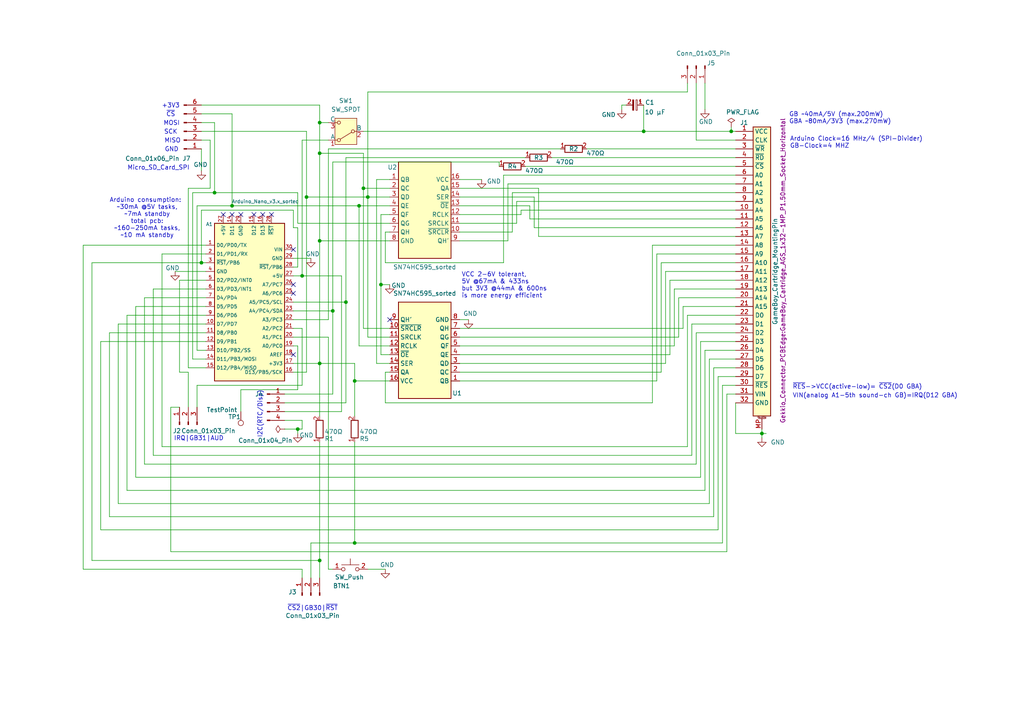
<source format=kicad_sch>
(kicad_sch (version 20231120) (generator "eeschema") (generator_version "8.0")
  (paper "A4")
  (title_block (title "GB-Dumper") (date "2024-06-02") (rev "0.83") (company "(C) WodoWiesel"))
  (lib_symbols
    (symbol "Connector:Conn_01x03_Pin" (pin_names (offset 1.016) hide)
      (property "Reference" "J" (at 0 5.08 0))
      (property "Value" "Conn_01x03_Pin" (at 0 -5.08 0))
      (symbol "Conn_01x03_Pin_1_1"
        (polyline (pts (xy 1.27 -2.54) (xy 0.8636 -2.54)) (stroke (width 0.1524)))
        (polyline (pts (xy 1.27 0) (xy 0.8636 0)) (stroke (width 0.1524)))
        (polyline (pts (xy 1.27 2.54) (xy 0.8636 2.54)) (stroke (width 0.1524)))
        (rectangle (start 0.8636 -2.413) (end 0 -2.667) (stroke (width 0.1524)) (fill (type outline)))
        (rectangle (start 0.8636 0.127) (end 0 -0.127) (stroke (width 0.1524)) (fill (type outline)))
        (rectangle (start 0.8636 2.667) (end 0 2.413) (stroke (width 0.1524)) (fill (type outline)))
        (pin passive line (at 5.08 2.54 180) (length 3.81) (name "Pin_1") (number "1"))
        (pin passive line (at 5.08 0 180) (length 3.81) (name "Pin_2") (number "2"))
        (pin passive line (at 5.08 -2.54 180) (length 3.81) (name "Pin_3") (number "3"))
      )
    )
    (symbol "Connector:Conn_01x04_Pin" (pin_names (offset 1.016) hide)
      (property "Reference" "J" (at 0 5.08 0))
      (property "Value" "Conn_01x04_Pin" (at 0 -7.62 0))
      (symbol "Conn_01x04_Pin_1_1"
        (polyline (pts (xy 1.27 -5.08) (xy 0.8636 -5.08)) (stroke (width 0.1524)))
        (polyline (pts (xy 1.27 -2.54) (xy 0.8636 -2.54)) (stroke (width 0.1524)))
        (polyline (pts (xy 1.27 0) (xy 0.8636 0)) (stroke (width 0.1524)))
        (polyline (pts (xy 1.27 2.54) (xy 0.8636 2.54)) (stroke (width 0.1524)))
        (rectangle (start 0.8636 -4.953) (end 0 -5.207) (stroke (width 0.1524)) (fill (type outline)))
        (rectangle (start 0.8636 -2.413) (end 0 -2.667) (stroke (width 0.1524)) (fill (type outline)))
        (rectangle (start 0.8636 0.127) (end 0 -0.127) (stroke (width 0.1524)) (fill (type outline)))
        (rectangle (start 0.8636 2.667) (end 0 2.413) (stroke (width 0.1524)) (fill (type outline)))
        (pin passive line (at 5.08 2.54 180) (length 3.81) (name "Pin_1") (number "1"))
        (pin passive line (at 5.08 0 180) (length 3.81) (name "Pin_2") (number "2"))
        (pin passive line (at 5.08 -2.54 180) (length 3.81) (name "Pin_3") (number "3"))
        (pin passive line (at 5.08 -5.08 180) (length 3.81) (name "Pin_4") (number "4"))
      )
    )
    (symbol "Connector:Conn_01x06_Pin" (pin_names (offset 1.016) hide)
      (property "Reference" "J" (at 0 7.62 0))
      (property "Value" "Conn_01x06_Pin" (at 0 -10.16 0))
      (symbol "Conn_01x06_Pin_1_1"
        (polyline (pts (xy 1.27 -7.62) (xy 0.8636 -7.62)) (stroke (width 0.1524)))
        (polyline (pts (xy 1.27 -5.08) (xy 0.8636 -5.08)) (stroke (width 0.1524)))
        (polyline (pts (xy 1.27 -2.54) (xy 0.8636 -2.54)) (stroke (width 0.1524)))
        (polyline (pts (xy 1.27 0) (xy 0.8636 0)) (stroke (width 0.1524)))
        (polyline (pts (xy 1.27 2.54) (xy 0.8636 2.54)) (stroke (width 0.1524)))
        (polyline (pts (xy 1.27 5.08) (xy 0.8636 5.08)) (stroke (width 0.1524)))
        (rectangle (start 0.8636 -7.493) (end 0 -7.747) (stroke (width 0.1524)) (fill (type outline)))
        (rectangle (start 0.8636 -4.953) (end 0 -5.207) (stroke (width 0.1524)) (fill (type outline)))
        (rectangle (start 0.8636 -2.413) (end 0 -2.667) (stroke (width 0.1524)) (fill (type outline)))
        (rectangle (start 0.8636 0.127) (end 0 -0.127) (stroke (width 0.1524)) (fill (type outline)))
        (rectangle (start 0.8636 2.667) (end 0 2.413) (stroke (width 0.1524)) (fill (type outline)))
        (rectangle (start 0.8636 5.207) (end 0 4.953) (stroke (width 0.1524)) (fill (type outline)))
        (pin passive line (at 5.08 5.08 180) (length 3.81) (name "Pin_1") (number "1"))
        (pin passive line (at 5.08 2.54 180) (length 3.81) (name "Pin_2") (number "2"))
        (pin passive line (at 5.08 0 180) (length 3.81) (name "Pin_3") (number "3"))
        (pin passive line (at 5.08 -2.54 180) (length 3.81) (name "Pin_4") (number "4"))
        (pin passive line (at 5.08 -5.08 180) (length 3.81) (name "Pin_5") (number "5"))
        (pin passive line (at 5.08 -7.62 180) (length 3.81) (name "Pin_6") (number "6"))
      )
    )
    (symbol "Connector:TestPoint" (pin_numbers hide) (pin_names (offset 0.762) hide)
      (property "Reference" "TP" (at 0 6.858 0))
      (property "Value" "TestPoint" (at 0 5.08 0))
      (symbol "TestPoint_0_1"
        (circle (center 0 3.302) (radius 0.762))
      )
      (symbol "TestPoint_1_1"
        (pin passive line (at 0 0 90) (length 2.54) (name "1") (number "1"))
      )
    )
    (symbol "Device:C_Polarized_Small" (pin_names (offset 0.254) hide)
      (property "Reference" "C" (at 0.254 1.778 0))
      (property "Value" "C_Polarized_Small" (at 0.254 -2.032 0))
      (symbol "C_Polarized_Small_0_1"
        (rectangle (start -1.524 -0.3048) (end 1.524 -0.6858) (fill (type outline)))
        (rectangle (start -1.524 0.6858) (end 1.524 0.3048))
        (polyline (pts (xy -1.27 1.524) (xy -0.762 1.524)))
        (polyline (pts (xy -1.016 1.27) (xy -1.016 1.778)))
      )
      (symbol "C_Polarized_Small_1_1"
        (pin passive line (at 0 2.54 270) (length 1.8542) (name "~") (number "1"))
        (pin passive line (at 0 -2.54 90) (length 1.8542) (name "~") (number "2"))
      )
    )
    (symbol "Device:R" (pin_names (offset 0))
      (property "Reference" "R" (at 2.032 0 90))
      (property "Value" "R" (at 0 0 90))
      (symbol "R_0_1"
        (rectangle (start -1.016 -2.54) (end 1.016 2.54) (stroke (width 0.254)))
      )
      (symbol "R_1_1"
        (pin passive line (at 0 3.81 270) (length 1.27) (name "~") (number "1"))
        (pin passive line (at 0 -3.81 90) (length 1.27) (name "~") (number "2"))
      )
    )
    (symbol "R_1" (pin_names (offset 0))
      (property "Reference" "R" (at 2.032 0 90))
      (property "Value" "R_1" (at 0 0 90))
      (symbol "R_1_0_1"
        (rectangle (start -1.016 -2.54) (end 1.016 2.54) (stroke (width 0.254)))
      )
      (symbol "R_1_1_1"
        (pin passive line (at 0 3.81 270) (length 1.27) (name "~") (number "1"))
        (pin passive line (at 0 -3.81 90) (length 1.27) (name "~") (number "2"))
      )
    )
    (symbol "SN74HC595_sorted:74HC595_sorted"
      (property "Reference" "U1" (at -9.652 11.43 0))
      (property "Value" "SN74HC595_sorted" (at -1.27 13.97 0) (show_name))
      (symbol "74HC595_sorted_1_0"
        (pin output line (at -10.16 7.62 0) (length 2.54) (name "QB") (number "1"))
        (pin input line (at 10.16 -7.62 180) (length 2.54) (name "~{SRCLR}") (number "10"))
        (pin input line (at 10.16 -5.08 180) (length 2.54) (name "SRCLK") (number "11"))
        (pin input line (at 10.16 -2.54 180) (length 2.54) (name "RCLK") (number "12"))
        (pin input line (at 10.16 0 180) (length 2.54) (name "~{OE}") (number "13"))
        (pin input line (at 10.16 2.54 180) (length 2.54) (name "SER") (number "14"))
        (pin output line (at 10.16 5.08 180) (length 2.54) (name "QA") (number "15"))
        (pin power_in line (at 10.16 7.62 180) (length 2.54) (name "VCC") (number "16"))
        (pin output line (at -10.16 5.08 0) (length 2.54) (name "QC") (number "2"))
        (pin output line (at -10.16 2.54 0) (length 2.54) (name "QD") (number "3"))
        (pin output line (at -10.16 0 0) (length 2.54) (name "QE") (number "4"))
        (pin output line (at -10.16 -2.54 0) (length 2.54) (name "QF") (number "5"))
        (pin output line (at -10.16 -5.08 0) (length 2.54) (name "QG") (number "6"))
        (pin output line (at -10.16 -7.62 0) (length 2.54) (name "QH") (number "7"))
        (pin power_in line (at -10.16 -10.16 0) (length 2.54) (name "GND") (number "8"))
        (pin output line (at 10.16 -10.16 180) (length 2.54) (name "QH'") (number "9"))
      )
      (symbol "74HC595_sorted_1_1"
        (rectangle (start -7.62 12.7) (end 7.62 -15.24) (stroke (width 0.254)) (fill (type background)))
      )
    )
    (symbol "Switch:SW_Push" (pin_names (offset 1.016) hide)
      (property "Reference" "SW" (at 1.27 2.54 0))
      (property "Value" "SW_Push" (at 0 -1.524 0))
      (symbol "SW_Push_0_1"
        (circle (center -2.032 0) (radius 0.508))
        (polyline (pts (xy 0 1.27) (xy 0 3.048)))
        (polyline (pts (xy 2.54 1.27) (xy -2.54 1.27)))
        (circle (center 2.032 0) (radius 0.508))
        (pin passive line (at -5.08 0 0) (length 2.54) (name "1") (number "1"))
        (pin passive line (at 5.08 0 180) (length 2.54) (name "2") (number "2"))
      )
    )
    (symbol "Switch:SW_SPDT" (pin_names (offset 0))
      (property "Reference" "SW" (at 0 5.08 0))
      (property "Value" "SW_SPDT" (at 0 -5.08 0))
      (symbol "SW_SPDT_0_1"
        (circle (center -2.032 0) (radius 0.4572))
        (polyline (pts (xy -1.651 0.254) (xy 1.651 2.286)))
        (circle (center 2.032 -2.54) (radius 0.4572))
        (circle (center 2.032 2.54) (radius 0.4572))
      )
      (symbol "SW_SPDT_1_1"
        (rectangle (start -3.175 3.81) (end 3.175 -3.81) (fill (type background)))
        (pin passive line (at 5.08 2.54 180) (length 2.54) (name "A") (number "1"))
        (pin passive line (at -5.08 0 0) (length 2.54) (name "B") (number "2"))
        (pin passive line (at 5.08 -2.54 180) (length 2.54) (name "C") (number "3"))
      )
    )
    (symbol "arduino_nano_v3.x_sorted:Arduino_Nano_v3.x_sorted"
      (property "Reference" "A1" (at 11.43 -30.48 0))
      (property "Value" "Arduino_Nano_v3.x_sorted" (at -0.508 15.24 0))
      (property "Footprint" "Module:Arduino_Nano_v3.x_sorted" (at 0.508 16.764 0) (show_name))
      (symbol "Arduino_Nano_v3.x_sorted_0_1"
        (rectangle (start -10.16 13.97) (end 10.16 -31.75) (stroke (width 0.254)) (fill (type background)))
      )
      (symbol "Arduino_Nano_v3.x_sorted_1_1"
        (pin bidirectional line (at 12.7 -25.4 180) (length 2.54) (name "D0/PD0/TX") (number "1"))
        (pin bidirectional line (at 12.7 -2.54 180) (length 2.54) (name "D7/PD7") (number "10"))
        (pin bidirectional line (at 12.7 0 180) (length 2.54) (name "D8/PB0") (number "11"))
        (pin bidirectional line (at 12.7 2.54 180) (length 2.54) (name "D9/PB1") (number "12"))
        (pin bidirectional line (at 12.7 5.08 180) (length 2.54) (name "D10/PB2/SS") (number "13"))
        (pin bidirectional line (at 5.08 -34.29 90) (length 2.54) (name "D11") (number "14"))
        (pin bidirectional line (at 12.7 7.62 180) (length 2.54) (name "D11/PB3/MOSI") (number "14"))
        (pin bidirectional line (at -1.27 -34.29 90) (length 2.54) (name "D12") (number "15"))
        (pin tri_state line (at 12.7 10.16 180) (length 2.54) (name "D12/PB4/MISO") (number "15"))
        (pin bidirectional line (at -3.81 -34.29 90) (length 2.54) (name "D13") (number "16"))
        (pin bidirectional line (at -12.7 11.43 0) (length 2.54) (name "D13/PB5/SCK") (number "16"))
        (pin power_out line (at -12.7 8.89 0) (length 2.54) (name "+3V3") (number "17"))
        (pin input line (at -12.7 6.35 0) (length 2.54) (name "AREF") (number "18"))
        (pin bidirectional line (at -12.7 3.81 0) (length 2.54) (name "A0/PC0") (number "19"))
        (pin bidirectional line (at 12.7 -22.86 180) (length 2.54) (name "D1/PD1/RX") (number "2"))
        (pin bidirectional line (at -12.7 1.27 0) (length 2.54) (name "A1/PC1") (number "20"))
        (pin bidirectional line (at -12.7 -1.27 0) (length 2.54) (name "A2/PC2") (number "21"))
        (pin bidirectional line (at -12.7 -3.81 0) (length 2.54) (name "A3/PC3") (number "22"))
        (pin bidirectional line (at -12.7 -6.35 0) (length 2.54) (name "A4/PC4/SDA") (number "23"))
        (pin bidirectional line (at -12.7 -8.89 0) (length 2.54) (name "A5/PC5/SCL") (number "24"))
        (pin bidirectional line (at -12.7 -11.43 0) (length 2.54) (name "A6/PC6") (number "25"))
        (pin bidirectional line (at -12.7 -13.97 0) (length 2.54) (name "A7/PC7") (number "26"))
        (pin power_out line (at -12.7 -16.51 0) (length 2.54) (name "+5V") (number "27"))
        (pin power_out line (at 7.62 -34.29 90) (length 2.54) (name "+5V") (number "27"))
        (pin open_collector line (at -6.35 -34.29 90) (length 2.54) (name "~{RST}") (number "28"))
        (pin open_collector line (at -12.7 -19.05 0) (length 2.54) (name "~{RST}/PB6") (number "28"))
        (pin power_in line (at -12.7 -21.59 0) (length 2.54) (name "GND") (number "29"))
        (pin power_in line (at 2.54 -34.29 90) (length 2.54) (name "GND") (number "29"))
        (pin open_collector line (at 12.7 -20.32 180) (length 2.54) (name "~{RST}/PB6") (number "3"))
        (pin power_in line (at -12.7 -24.13 0) (length 2.54) (name "VIN") (number "30"))
        (pin power_in line (at 12.7 -17.78 180) (length 2.54) (name "GND") (number "4"))
        (pin bidirectional line (at 12.7 -15.24 180) (length 2.54) (name "D2/PD2/INT0") (number "5"))
        (pin bidirectional line (at 12.7 -12.7 180) (length 2.54) (name "D3/PD3/INT1") (number "6"))
        (pin bidirectional line (at 12.7 -10.16 180) (length 2.54) (name "D4/PD4") (number "7"))
        (pin bidirectional line (at 12.7 -7.62 180) (length 2.54) (name "D5/PD5") (number "8"))
        (pin bidirectional line (at 12.7 -5.08 180) (length 2.54) (name "D6/PD6") (number "9"))
      )
    )
    (symbol "gameboy_cartridge_mountingpin:GameBoy_Cartridge_MountingPin"
      (property "Reference" "J1" (at -1.27 44.45 0))
      (property "Value" "GameBoy_Cartridge_MountingPin" (at 7.62 -11.43 90))
      (symbol "GameBoy_Cartridge_MountingPin_0_1"
        (rectangle (start -2.54 41.91) (end 2.54 -41.91) (stroke (width 0.254)) (fill (type background)))
      )
      (symbol "GameBoy_Cartridge_MountingPin_1_1"
        (polyline (pts (xy -1.016 -42.672) (xy 1.016 -42.672)) (stroke (width 0.1524)))
        (text "Mounting" (at 0 -42.291 0) (effects (font (size 0.381 0.381))))
        (pin passive line (at -7.62 40.64 0) (length 5.08) (name "VCC") (number "1"))
        (pin passive line (at -7.62 17.78 0) (length 5.08) (name "A4") (number "10"))
        (pin passive line (at -7.62 15.24 0) (length 5.08) (name "A5") (number "11"))
        (pin passive line (at -7.62 12.7 0) (length 5.08) (name "A6") (number "12"))
        (pin passive line (at -7.62 10.16 0) (length 5.08) (name "A7") (number "13"))
        (pin passive line (at -7.62 7.62 0) (length 5.08) (name "A8") (number "14"))
        (pin passive line (at -7.62 5.08 0) (length 5.08) (name "A9") (number "15"))
        (pin passive line (at -7.62 2.54 0) (length 5.08) (name "A10") (number "16"))
        (pin passive line (at -7.62 0 0) (length 5.08) (name "A11") (number "17"))
        (pin passive line (at -7.62 -2.54 0) (length 5.08) (name "A12") (number "18"))
        (pin passive line (at -7.62 -5.08 0) (length 5.08) (name "A13") (number "19"))
        (pin passive line (at -7.62 38.1 0) (length 5.08) (name "CLK") (number "2"))
        (pin passive line (at -7.62 -7.62 0) (length 5.08) (name "A14") (number "20"))
        (pin passive line (at -7.62 -10.16 0) (length 5.08) (name "A15") (number "21"))
        (pin passive line (at -7.62 -12.7 0) (length 5.08) (name "D0") (number "22"))
        (pin passive line (at -7.62 -15.24 0) (length 5.08) (name "D1") (number "23"))
        (pin passive line (at -7.62 -17.78 0) (length 5.08) (name "D2") (number "24"))
        (pin passive line (at -7.62 -20.32 0) (length 5.08) (name "D3") (number "25"))
        (pin passive line (at -7.62 -22.86 0) (length 5.08) (name "D4") (number "26"))
        (pin passive line (at -7.62 -25.4 0) (length 5.08) (name "D5") (number "27"))
        (pin passive line (at -7.62 -27.94 0) (length 5.08) (name "D6") (number "28"))
        (pin passive line (at -7.62 -30.48 0) (length 5.08) (name "D7") (number "29"))
        (pin passive line (at -7.62 35.56 0) (length 5.08) (name "~{WR}") (number "3"))
        (pin passive line (at -7.62 -33.02 0) (length 5.08) (name "~{RES}") (number "30"))
        (pin passive line (at -7.62 -35.56 0) (length 5.08) (name "VIN") (number "31"))
        (pin passive line (at -7.62 -38.1 0) (length 5.08) (name "GND") (number "32"))
        (pin passive line (at -7.62 33.02 0) (length 5.08) (name "~{RD}") (number "4"))
        (pin passive line (at -7.62 30.48 0) (length 5.08) (name "~{CS}") (number "5"))
        (pin passive line (at -7.62 27.94 0) (length 5.08) (name "A0") (number "6"))
        (pin passive line (at -7.62 25.4 0) (length 5.08) (name "A1") (number "7"))
        (pin passive line (at -7.62 22.86 0) (length 5.08) (name "A2") (number "8"))
        (pin passive line (at -7.62 20.32 0) (length 5.08) (name "A3") (number "9"))
        (pin passive line (at 0 -45.72 90) (length 3.048) (name "~") (number "MP"))
      )
    )
    (symbol "power:GND" (power) (pin_names (offset 0))
      (property "Value" "GND" (at 0 -3.81 0))
      (symbol "GND_0_1"
        (polyline (pts (xy 0 0) (xy 0 -1.27) (xy 1.27 -1.27) (xy 0 -2.54) (xy -1.27 -1.27) (xy 0 -1.27)))
      )
      (symbol "GND_1_1"
        (pin power_in line (at 0 0 270) (length 0) hide (name "GND") (number "1"))
      )
    )
    (symbol "power:PWR_FLAG" (power) (pin_numbers hide) (pin_names (offset 0) hide)
      (property "Value" "PWR_FLAG" (at 0 3.81 0))
      (symbol "PWR_FLAG_0_0"
        (pin power_out line (at 0 0 90) (length 0) (name "pwr") (number "1"))
      )
      (symbol "PWR_FLAG_0_1"
        (polyline (pts (xy 0 0) (xy 0 1.27) (xy -1.016 1.905) (xy 0 2.54) (xy 1.016 1.905) (xy 0 1.27)))
      )
    )
  )
  (junction (at 86.36 124.46))
  (junction (at 212.09 38.1))
  (junction (at 96.52 90.17))
  (junction (at 102.87 157.48))
  (junction (at 92.71 69.85))
  (junction (at 220.98 125.73))
  (junction (at 67.31 59.69))
  (junction (at 104.14 59.69))
  (junction (at 58.42 76.2))
  (junction (at 100.33 87.63))
  (junction (at 92.71 162.56))
  (junction (at 88.9 57.15))
  (junction (at 92.71 35.56))
  (junction (at 106.68 57.15))
  (junction (at 92.71 105.41))
  (junction (at 102.87 110.49))
  (junction (at 105.41 54.61))
  (junction (at 92.71 44.45))
  (junction (at 87.63 80.01))
  (junction (at 62.23 55.88))
  (junction (at 186.69 38.1))
  (junction (at 110.49 82.55))
  (no_connect (at 85.09 72.39))
  (no_connect (at 85.09 85.09))
  (no_connect (at 85.09 102.87))
  (no_connect (at 113.03 92.71))
  (no_connect (at 73.66 62.23))
  (no_connect (at 64.77 62.23))
  (no_connect (at 85.09 82.55))
  (no_connect (at 76.2 62.23))
  (no_connect (at 67.31 62.23))
  (no_connect (at 69.85 62.23))
  (no_connect (at 78.74 62.23))
  (wire (pts (xy 62.23 35.56) (xy 62.23 55.88)))
  (wire (pts (xy 36.83 142.24) (xy 204.47 142.24)))
  (wire (pts (xy 90.17 157.48) (xy 90.17 167.64)))
  (wire (pts (xy 180.34 31.75) (xy 180.34 30.48)))
  (wire (pts (xy 102.87 105.41) (xy 92.71 105.41)))
  (wire (pts (xy 44.45 83.82) (xy 59.69 83.82)))
  (wire (pts (xy 147.32 53.34) (xy 213.36 53.34)))
  (wire (pts (xy 54.61 54.61) (xy 60.96 54.61)))
  (wire (pts (xy 92.71 105.41) (xy 92.71 120.65)))
  (wire (pts (xy 58.42 35.56) (xy 62.23 35.56)))
  (wire (pts (xy 39.37 88.9) (xy 39.37 138.43)))
  (wire (pts (xy 153.67 63.5) (xy 213.36 63.5)))
  (wire (pts (xy 133.35 62.23) (xy 151.13 62.23)))
  (wire (pts (xy 87.63 95.25) (xy 87.63 111.76)))
  (wire (pts (xy 87.63 80.01) (xy 87.63 40.64)))
  (wire (pts (xy 92.71 69.85) (xy 92.71 44.45)))
  (wire (pts (xy 95.25 43.18) (xy 95.25 92.71)))
  (wire (pts (xy 113.03 105.41) (xy 109.22 105.41)))
  (wire (pts (xy 153.67 59.69) (xy 153.67 63.5)))
  (wire (pts (xy 144.78 46.99) (xy 144.78 48.26)))
  (wire (pts (xy 34.29 93.98) (xy 34.29 146.05)))
  (wire (pts (xy 222.25 125.73) (xy 220.98 125.73)))
  (wire (pts (xy 160.02 45.72) (xy 213.36 45.72)))
  (wire (pts (xy 190.5 73.66) (xy 213.36 73.66)))
  (wire (pts (xy 200.66 132.08) (xy 200.66 93.98)))
  (wire (pts (xy 109.22 52.07) (xy 113.03 52.07)))
  (wire (pts (xy 189.23 71.12) (xy 213.36 71.12)))
  (wire (pts (xy 111.76 107.95) (xy 111.76 116.84)))
  (wire (pts (xy 113.03 100.33) (xy 104.14 100.33)))
  (wire (pts (xy 82.55 114.3) (xy 96.52 114.3)))
  (wire (pts (xy 191.77 107.95) (xy 133.35 107.95)))
  (wire (pts (xy 149.86 64.77) (xy 149.86 58.42)))
  (wire (pts (xy 210.82 160.02) (xy 210.82 114.3)))
  (wire (pts (xy 87.63 165.1) (xy 87.63 167.64)))
  (wire (pts (xy 133.35 69.85) (xy 147.32 69.85)))
  (wire (pts (xy 62.23 55.88) (xy 55.88 55.88)))
  (wire (pts (xy 220.98 124.46) (xy 220.98 125.73)))
  (wire (pts (xy 113.03 64.77) (xy 86.36 64.77)))
  (wire (pts (xy 104.14 59.69) (xy 104.14 100.33)))
  (wire (pts (xy 156.21 54.61) (xy 156.21 68.58)))
  (wire (pts (xy 111.76 76.2) (xy 146.05 76.2)))
  (wire (pts (xy 58.42 30.48) (xy 92.71 30.48)))
  (wire (pts (xy 146.05 50.8) (xy 213.36 50.8)))
  (wire (pts (xy 96.52 46.99) (xy 96.52 90.17)))
  (wire (pts (xy 95.25 165.1) (xy 96.52 165.1)))
  (wire (pts (xy 102.87 110.49) (xy 113.03 110.49)))
  (wire (pts (xy 92.71 30.48) (xy 92.71 35.56)))
  (wire (pts (xy 194.31 81.28) (xy 213.36 81.28)))
  (wire (pts (xy 204.47 101.6) (xy 213.36 101.6)))
  (wire (pts (xy 190.5 73.66) (xy 190.5 110.49)))
  (wire (pts (xy 87.63 121.92) (xy 87.63 124.46)))
  (wire (pts (xy 201.93 24.13) (xy 201.93 40.64)))
  (wire (pts (xy 193.04 78.74) (xy 213.36 78.74)))
  (wire (pts (xy 85.09 97.79) (xy 95.25 97.79)))
  (wire (pts (xy 85.09 95.25) (xy 87.63 95.25)))
  (wire (pts (xy 111.76 67.31) (xy 111.76 76.2)))
  (wire (pts (xy 198.12 95.25) (xy 198.12 88.9)))
  (wire (pts (xy 100.33 45.72) (xy 152.4 45.72)))
  (wire (pts (xy 204.47 24.13) (xy 204.47 31.75)))
  (wire (pts (xy 95.25 97.79) (xy 95.25 165.1)))
  (wire (pts (xy 34.29 93.98) (xy 59.69 93.98)))
  (wire (pts (xy 82.55 116.84) (xy 100.33 116.84)))
  (wire (pts (xy 170.18 43.18) (xy 213.36 43.18)))
  (wire (pts (xy 41.91 134.62) (xy 201.93 134.62)))
  (wire (pts (xy 58.42 43.18) (xy 58.42 49.53)))
  (wire (pts (xy 58.42 33.02) (xy 67.31 33.02)))
  (wire (pts (xy 209.55 111.76) (xy 213.36 111.76)))
  (wire (pts (xy 148.59 67.31) (xy 148.59 55.88)))
  (wire (pts (xy 212.09 38.1) (xy 213.36 38.1)))
  (wire (pts (xy 59.69 76.2) (xy 58.42 76.2)))
  (wire (pts (xy 87.63 80.01) (xy 99.06 80.01)))
  (wire (pts (xy 111.76 165.1) (xy 106.68 165.1)))
  (wire (pts (xy 36.83 91.44) (xy 36.83 142.24)))
  (wire (pts (xy 113.03 67.31) (xy 111.76 67.31)))
  (wire (pts (xy 200.66 93.98) (xy 213.36 93.98)))
  (wire (pts (xy 133.35 100.33) (xy 195.58 100.33)))
  (wire (pts (xy 100.33 87.63) (xy 100.33 116.84)))
  (wire (pts (xy 133.35 92.71) (xy 135.89 92.71)))
  (wire (pts (xy 207.01 149.86) (xy 207.01 106.68)))
  (wire (pts (xy 67.31 59.69) (xy 67.31 33.02)))
  (wire (pts (xy 55.88 104.14) (xy 55.88 55.88)))
  (wire (pts (xy 96.52 46.99) (xy 144.78 46.99)))
  (wire (pts (xy 69.85 113.03) (xy 69.85 119.38)))
  (wire (pts (xy 26.67 76.2) (xy 26.67 162.56)))
  (wire (pts (xy 204.47 142.24) (xy 204.47 101.6)))
  (wire (pts (xy 133.35 67.31) (xy 148.59 67.31)))
  (wire (pts (xy 86.36 125.73) (xy 86.36 124.46)))
  (wire (pts (xy 195.58 83.82) (xy 195.58 100.33)))
  (wire (pts (xy 31.75 149.86) (xy 207.01 149.86)))
  (wire (pts (xy 29.21 99.06) (xy 29.21 153.67)))
  (wire (pts (xy 198.12 88.9) (xy 213.36 88.9)))
  (wire (pts (xy 58.42 60.96) (xy 58.42 76.2)))
  (wire (pts (xy 49.53 118.11) (xy 49.53 160.02)))
  (wire (pts (xy 212.09 36.83) (xy 212.09 38.1)))
  (wire (pts (xy 85.09 90.17) (xy 96.52 90.17)))
  (wire (pts (xy 193.04 78.74) (xy 193.04 105.41)))
  (wire (pts (xy 41.91 86.36) (xy 59.69 86.36)))
  (wire (pts (xy 87.63 40.64) (xy 95.25 40.64)))
  (wire (pts (xy 156.21 68.58) (xy 213.36 68.58)))
  (wire (pts (xy 24.13 71.12) (xy 59.69 71.12)))
  (wire (pts (xy 208.28 109.22) (xy 213.36 109.22)))
  (wire (pts (xy 96.52 90.17) (xy 96.52 114.3)))
  (wire (pts (xy 105.41 54.61) (xy 105.41 95.25)))
  (wire (pts (xy 191.77 76.2) (xy 191.77 107.95)))
  (wire (pts (xy 59.69 73.66) (xy 46.99 73.66)))
  (wire (pts (xy 102.87 110.49) (xy 102.87 120.65)))
  (wire (pts (xy 57.15 101.6) (xy 59.69 101.6)))
  (wire (pts (xy 86.36 77.47) (xy 86.36 66.04)))
  (wire (pts (xy 92.71 128.27) (xy 92.71 162.56)))
  (wire (pts (xy 90.17 157.48) (xy 102.87 157.48)))
  (wire (pts (xy 113.03 97.79) (xy 106.68 97.79)))
  (wire (pts (xy 85.09 105.41) (xy 92.71 105.41)))
  (wire (pts (xy 52.07 81.28) (xy 52.07 107.95)))
  (wire (pts (xy 199.39 26.67) (xy 199.39 24.13)))
  (wire (pts (xy 31.75 96.52) (xy 31.75 149.86)))
  (wire (pts (xy 220.98 125.73) (xy 220.98 127)))
  (wire (pts (xy 86.36 66.04) (xy 85.09 66.04)))
  (wire (pts (xy 199.39 129.54) (xy 199.39 91.44)))
  (wire (pts (xy 133.35 110.49) (xy 190.5 110.49)))
  (wire (pts (xy 82.55 119.38) (xy 99.06 119.38)))
  (wire (pts (xy 95.25 43.18) (xy 162.56 43.18)))
  (wire (pts (xy 92.71 162.56) (xy 92.71 167.64)))
  (wire (pts (xy 208.28 109.22) (xy 208.28 153.67)))
  (wire (pts (xy 90.17 74.93) (xy 85.09 74.93)))
  (wire (pts (xy 88.9 57.15) (xy 88.9 38.1)))
  (wire (pts (xy 191.77 76.2) (xy 213.36 76.2)))
  (wire (pts (xy 59.69 106.68) (xy 54.61 106.68)))
  (wire (pts (xy 69.85 113.03) (xy 86.36 113.03)))
  (wire (pts (xy 92.71 69.85) (xy 113.03 69.85)))
  (wire (pts (xy 86.36 55.88) (xy 62.23 55.88)))
  (wire (pts (xy 39.37 138.43) (xy 203.2 138.43)))
  (wire (pts (xy 203.2 99.06) (xy 213.36 99.06)))
  (wire (pts (xy 133.35 105.41) (xy 193.04 105.41)))
  (wire (pts (xy 111.76 116.84) (xy 189.23 116.84)))
  (wire (pts (xy 85.09 60.96) (xy 85.09 66.04)))
  (wire (pts (xy 201.93 134.62) (xy 201.93 96.52)))
  (wire (pts (xy 209.55 111.76) (xy 209.55 157.48)))
  (wire (pts (xy 194.31 102.87) (xy 194.31 81.28)))
  (wire (pts (xy 52.07 118.11) (xy 49.53 118.11)))
  (wire (pts (xy 100.33 45.72) (xy 100.33 87.63)))
  (wire (pts (xy 85.09 80.01) (xy 87.63 80.01)))
  (wire (pts (xy 186.69 30.48) (xy 186.69 38.1)))
  (wire (pts (xy 106.68 57.15) (xy 113.03 57.15)))
  (wire (pts (xy 52.07 107.95) (xy 54.61 107.95)))
  (wire (pts (xy 49.53 160.02) (xy 210.82 160.02)))
  (wire (pts (xy 104.14 59.69) (xy 67.31 59.69)))
  (wire (pts (xy 58.42 60.96) (xy 85.09 60.96)))
  (wire (pts (xy 95.25 35.56) (xy 92.71 35.56)))
  (wire (pts (xy 154.94 66.04) (xy 213.36 66.04)))
  (wire (pts (xy 110.49 62.23) (xy 110.49 82.55)))
  (wire (pts (xy 110.49 82.55) (xy 110.49 102.87)))
  (wire (pts (xy 133.35 57.15) (xy 154.94 57.15)))
  (wire (pts (xy 201.93 96.52) (xy 213.36 96.52)))
  (wire (pts (xy 205.74 104.14) (xy 213.36 104.14)))
  (wire (pts (xy 92.71 44.45) (xy 105.41 44.45)))
  (wire (pts (xy 208.28 153.67) (xy 29.21 153.67)))
  (wire (pts (xy 60.96 54.61) (xy 60.96 40.64)))
  (wire (pts (xy 82.55 124.46) (xy 86.36 124.46)))
  (wire (pts (xy 105.41 38.1) (xy 186.69 38.1)))
  (wire (pts (xy 105.41 54.61) (xy 113.03 54.61)))
  (wire (pts (xy 67.31 59.69) (xy 57.15 59.69)))
  (wire (pts (xy 92.71 105.41) (xy 92.71 69.85)))
  (wire (pts (xy 86.36 124.46) (xy 87.63 124.46)))
  (wire (pts (xy 133.35 102.87) (xy 194.31 102.87)))
  (wire (pts (xy 88.9 57.15) (xy 88.9 107.95)))
  (wire (pts (xy 104.14 59.69) (xy 113.03 59.69)))
  (wire (pts (xy 29.21 99.06) (xy 59.69 99.06)))
  (wire (pts (xy 113.03 62.23) (xy 110.49 62.23)))
  (wire (pts (xy 151.13 60.96) (xy 213.36 60.96)))
  (wire (pts (xy 113.03 107.95) (xy 111.76 107.95)))
  (wire (pts (xy 154.94 57.15) (xy 154.94 66.04)))
  (wire (pts (xy 207.01 106.68) (xy 213.36 106.68)))
  (wire (pts (xy 105.41 44.45) (xy 105.41 54.61)))
  (wire (pts (xy 85.09 92.71) (xy 95.25 92.71)))
  (wire (pts (xy 186.69 38.1) (xy 212.09 38.1)))
  (wire (pts (xy 58.42 76.2) (xy 26.67 76.2)))
  (wire (pts (xy 88.9 57.15) (xy 106.68 57.15)))
  (wire (pts (xy 59.69 81.28) (xy 52.07 81.28)))
  (wire (pts (xy 31.75 96.52) (xy 59.69 96.52)))
  (wire (pts (xy 196.85 86.36) (xy 213.36 86.36)))
  (wire (pts (xy 54.61 54.61) (xy 54.61 106.68)))
  (wire (pts (xy 85.09 77.47) (xy 86.36 77.47)))
  (wire (pts (xy 24.13 71.12) (xy 24.13 165.1)))
  (wire (pts (xy 133.35 64.77) (xy 149.86 64.77)))
  (wire (pts (xy 152.4 48.26) (xy 213.36 48.26)))
  (wire (pts (xy 44.45 83.82) (xy 44.45 132.08)))
  (wire (pts (xy 210.82 114.3) (xy 213.36 114.3)))
  (wire (pts (xy 82.55 121.92) (xy 87.63 121.92)))
  (wire (pts (xy 196.85 97.79) (xy 196.85 86.36)))
  (wire (pts (xy 147.32 69.85) (xy 147.32 53.34)))
  (wire (pts (xy 199.39 91.44) (xy 213.36 91.44)))
  (wire (pts (xy 46.99 73.66) (xy 46.99 129.54)))
  (wire (pts (xy 180.34 30.48) (xy 181.61 30.48)))
  (wire (pts (xy 24.13 165.1) (xy 87.63 165.1)))
  (wire (pts (xy 102.87 128.27) (xy 102.87 157.48)))
  (wire (pts (xy 85.09 87.63) (xy 100.33 87.63)))
  (wire (pts (xy 41.91 86.36) (xy 41.91 134.62)))
  (wire (pts (xy 106.68 57.15) (xy 106.68 97.79)))
  (wire (pts (xy 133.35 95.25) (xy 198.12 95.25)))
  (wire (pts (xy 50.8 78.74) (xy 59.69 78.74)))
  (wire (pts (xy 39.37 88.9) (xy 59.69 88.9)))
  (wire (pts (xy 113.03 95.25) (xy 105.41 95.25)))
  (wire (pts (xy 86.36 64.77) (xy 86.36 55.88)))
  (wire (pts (xy 60.96 40.64) (xy 58.42 40.64)))
  (wire (pts (xy 36.83 91.44) (xy 59.69 91.44)))
  (wire (pts (xy 54.61 118.11) (xy 54.61 107.95)))
  (wire (pts (xy 102.87 110.49) (xy 102.87 105.41)))
  (wire (pts (xy 133.35 54.61) (xy 156.21 54.61)))
  (wire (pts (xy 26.67 162.56) (xy 92.71 162.56)))
  (wire (pts (xy 34.29 146.05) (xy 205.74 146.05)))
  (wire (pts (xy 195.58 83.82) (xy 213.36 83.82)))
  (wire (pts (xy 213.36 125.73) (xy 213.36 116.84)))
  (wire (pts (xy 146.05 76.2) (xy 146.05 50.8)))
  (wire (pts (xy 151.13 62.23) (xy 151.13 60.96)))
  (wire (pts (xy 85.09 100.33) (xy 86.36 100.33)))
  (wire (pts (xy 149.86 58.42) (xy 213.36 58.42)))
  (wire (pts (xy 133.35 52.07) (xy 139.7 52.07)))
  (wire (pts (xy 106.68 26.67) (xy 199.39 26.67)))
  (wire (pts (xy 85.09 107.95) (xy 88.9 107.95)))
  (wire (pts (xy 57.15 111.76) (xy 57.15 118.11)))
  (wire (pts (xy 46.99 129.54) (xy 199.39 129.54)))
  (wire (pts (xy 133.35 59.69) (xy 153.67 59.69)))
  (wire (pts (xy 59.69 104.14) (xy 55.88 104.14)))
  (wire (pts (xy 133.35 97.79) (xy 196.85 97.79)))
  (wire (pts (xy 44.45 132.08) (xy 200.66 132.08)))
  (wire (pts (xy 148.59 55.88) (xy 213.36 55.88)))
  (wire (pts (xy 110.49 102.87) (xy 113.03 102.87)))
  (wire (pts (xy 106.68 57.15) (xy 106.68 26.67)))
  (wire (pts (xy 201.93 40.64) (xy 213.36 40.64)))
  (wire (pts (xy 102.87 157.48) (xy 209.55 157.48)))
  (wire (pts (xy 205.74 146.05) (xy 205.74 104.14)))
  (wire (pts (xy 109.22 52.07) (xy 109.22 105.41)))
  (wire (pts (xy 86.36 100.33) (xy 86.36 113.03)))
  (wire (pts (xy 203.2 138.43) (xy 203.2 99.06)))
  (wire (pts (xy 57.15 59.69) (xy 57.15 101.6)))
  (wire (pts (xy 92.71 35.56) (xy 92.71 44.45)))
  (wire (pts (xy 57.15 111.76) (xy 87.63 111.76)))
  (wire (pts (xy 99.06 80.01) (xy 99.06 119.38)))
  (wire (pts (xy 220.98 125.73) (xy 213.36 125.73)))
  (wire (pts (xy 58.42 38.1) (xy 88.9 38.1)))
  (wire (pts (xy 113.03 82.55) (xy 110.49 82.55)))
  (wire (pts (xy 189.23 116.84) (xy 189.23 71.12)))
  (text "VCC 2-6V tolerant,\n5V @67mA & 433ns\nbut 3V3 @44mA & 600ns\nis more energy efficient" (at 133.858 86.614 0) (effects (font (size 1.27 1.27)) (justify left bottom)))
  (text "Micro_SD_Card_SPI" (at 45.974 48.768 0) (effects (font (size 1.27 1.27))))
  (text "~{RES}->VCC(active-low)= ~{CS2}(D0 GBA)" (at 229.87 113.03 0) (effects (font (size 1.27 1.27)) (justify left bottom)))
  (text "Arduino consumption: \n~30mA @5V tasks,\n~7mA standby\ntotal pcb:\n~160-250mA tasks,\n~10 mA standby\n" (at 42.672 63.246 0) (effects (font (size 1.27 1.27))))
  (text "GND" (at 49.784 43.434 0) (effects (font (size 1.27 1.27))))
  (text "SCK" (at 49.53 38.354 0) (effects (font (size 1.27 1.27))))
  (text "+3V3" (at 49.53 30.734 0) (effects (font (size 1.27 1.27))))
  (text "MOSI" (at 49.784 35.814 0) (effects (font (size 1.27 1.27))))
  (text "GB ~40mA/5V (max.200mW)\nGBA ~80mA/3V3 (max.270mW)" (at 228.854 36.068 0) (effects (font (size 1.27 1.27)) (justify left bottom)))
  (text "VIN(analog A1-5th sound-ch GB)=IRQ(D12 GBA)" (at 229.87 115.57 0) (effects (font (size 1.27 1.27)) (justify left bottom)))
  (text "I2C(RTC/Disp)" (at 75.438 120.142 90) (effects (font (size 1.27 1.27))))
  (text "~{CS2}|GB30|~{RST}" (at 90.678 176.53 0) (effects (font (size 1.27 1.27))))
  (text "MISO" (at 50.038 40.894 0) (effects (font (size 1.27 1.27))))
  (text "IRQ|GB31|AUD" (at 57.658 127.254 0) (effects (font (size 1.27 1.27))))
  (text "Arduino Clock=16 MHz/4 (SPI-Divider)\nGB-Clock=4 MHZ" (at 229.108 41.402 0) (effects (font (size 1.27 1.27)) (justify left)))
  (text "~{CS}" (at 49.53 33.274 0) (effects (font (size 1.27 1.27))))
  (symbol (lib_id "Connector:Conn_01x04_Pin") (at 77.47 116.84 0) (unit 1)
    (property "Reference" "J4" (at 75.184 114.3 0))
    (property "Value" "Conn_01x04_Pin" (at 76.962 127.762 0))
    (property "Footprint" "Connector_PinHeader_2.54mm:PinHeader_1x04_P2.54mm_Vertical" (effects (hide yes)))
    (property "Description" "Generic connector, single row, 01x04, script generated" (effects (hide yes)))
  )
  (symbol (lib_id "Connector:TestPoint") (at 69.85 119.38 180) (unit 1)
    (property "Reference" "TP1" (at 69.85 120.904 0) (effects (justify left)))
    (property "Value" "TestPoint" (at 68.834 118.872 0) (effects (justify left)))
    (property "Footprint" "TestPoint:TestPoint_THTPad_2.5x2.5mm_Drill1.2mm" (effects (hide yes)))
  )
  (symbol (lib_id "power:GND") (at 180.34 31.75 0) (unit 1)
    (property "Reference" "#PWR0103" (effects (hide yes)))
    (property "Value" "GND" (at 176.53 33.274 0))
  )
  (symbol (lib_id "SN74HC595_sorted:74HC595_sorted") (at 123.19 102.87 180) (unit 1)
    (property "Reference" "U1" (at 132.588 114.046 0))
    (property "Value" "SN74HC595_sorted" (at 123.19 85.09 0))
    (property "Footprint" "Gameboy_THT:SN74HC595" (effects (hide yes)))
    (property "Datasheet" "http://www.ti.com/lit/ds/symlink/sn74hc595.pdf" (effects (hide yes)))
  )
  (symbol (lib_id "power:GND") (at 50.8 78.74 0) (unit 1)
    (property "Reference" "#PWR01" (effects (hide yes)))
    (property "Value" "GND" (at 50.038 77.724 0))
  )
  (symbol (lib_id "Connector:Conn_01x06_Pin") (at 53.34 38.1 0) (mirror x) (unit 1)
    (property "Reference" "J7" (at 54.102 45.974 0))
    (property "Value" "Conn_01x06_Pin" (at 44.196 45.974 0))
    (property "Footprint" "Connector_PinHeader_2.54mm:PinHeader_1x06_P2.54mm_Vertical" (effects (hide yes)))
    (property "Description" "Generic connector, single row, 01x06, script generated" (effects (hide yes)))
  )
  (symbol (lib_id "gameboy_cartridge_mountingpin:GameBoy_Cartridge_MountingPin") (at 220.98 78.74 0) (unit 1)
    (property "Reference" "J1" (at 214.63 35.56 0) (effects (justify left)))
    (property "Value" "GameBoy_Cartridge_MountingPin" (at 224.79 94.234 90) (effects (justify left)))
    (property "Footprint" "Gekkio_Connector_PCBEdge:GameBoy_Cartridge_AGS_1x32-1MP_P1.50mm_Socket_Horizontal" (at 227.076 78.486 90))
  )
  (symbol (lib_id "power:GND") (at 135.89 92.71 0) (unit 1)
    (property "Reference" "#PWR05" (effects (hide yes)))
    (property "Value" "GND" (at 136.398 90.932 0))
  )
  (symbol (lib_id "Connector:Conn_01x03_Pin") (at 90.17 172.72 90) (unit 1)
    (property "Reference" "J3" (at 84.836 171.704 90))
    (property "Value" "Conn_01x03_Pin" (at 90.678 178.562 90))
    (property "Footprint" "Connector_PinHeader_2.54mm:PinHeader_1x03_P2.54mm_Vertical" (effects (hide yes)))
    (property "Description" "Generic connector, single row, 01x03, script generated" (effects (hide yes)))
  )
  (symbol (lib_id "power:PWR_FLAG") (at 212.09 36.83 0) (unit 1)
    (property "Reference" "#FLG0101" (effects (hide yes)))
    (property "Value" "PWR_FLAG" (at 210.566 32.512 0) (effects (justify left)))
  )
  (symbol (lib_id "SN74HC595_sorted:74HC595_sorted") (at 123.19 59.69 0) (unit 1)
    (property "Reference" "U2" (at 113.792 48.514 0))
    (property "Value" "SN74HC595_sorted" (at 123.19 77.47 0))
    (property "Footprint" "Gameboy_THT:SN74HC595" (effects (hide yes)))
    (property "Datasheet" "http://www.ti.com/lit/ds/symlink/sn74hc595.pdf" (effects (hide yes)))
  )
  (symbol (lib_id "power:GND") (at 90.17 74.93 0) (unit 1)
    (property "Reference" "#PWR02" (effects (hide yes)))
    (property "Value" "GND" (at 90.678 73.66 0))
  )
  (symbol (lib_id "Device:R") (at 166.37 43.18 90) (unit 1)
    (property "Reference" "R2" (at 166.37 43.18 90))
    (property "Value" "470Ω" (at 172.72 44.45 90))
    (property "Footprint" "Resistor_THT:R_Axial_DIN0204_L3.6mm_D1.6mm_P7.62mm_Horizontal" (effects (hide yes)))
  )
  (symbol (lib_name "R_1") (lib_id "Device:R") (at 102.87 124.46 180) (unit 1)
    (property "Reference" "R5" (at 105.664 127.254 0))
    (property "Value" "470Ω" (at 106.934 125.222 0))
    (property "Footprint" "Resistor_THT:R_Axial_DIN0204_L3.6mm_D1.6mm_P7.62mm_Horizontal" (effects (hide yes)))
  )
  (symbol (lib_id "power:GND") (at 204.47 31.75 0) (unit 1)
    (property "Reference" "#PWR0104" (effects (hide yes)))
    (property "Value" "GND" (at 204.724 35.306 0))
  )
  (symbol (lib_id "power:GND") (at 220.98 127 0) (unit 1)
    (property "Reference" "#PWR0102" (effects (hide yes)))
    (property "Value" "GND" (at 223.52 128.2699 0) (effects (justify left)))
  )
  (symbol (lib_id "Switch:SW_SPDT") (at 100.33 38.1 180) (unit 1)
    (property "Reference" "SW1" (at 100.33 29.21 0))
    (property "Value" "SW_SPDT" (at 100.33 31.75 0))
    (property "Footprint" "Button_Switch_THT:SW_E-Switch_EG1224_SPDT_Angled" (effects (hide yes)))
    (property "Description" "Switch, single pole double throw" (effects (hide yes)))
  )
  (symbol (lib_id "power:GND") (at 113.03 82.55 0) (unit 1)
    (property "Reference" "#PWR06" (effects (hide yes)))
    (property "Value" "GND" (at 115.57 82.804 0))
  )
  (symbol (lib_id "Connector:Conn_01x03_Pin") (at 201.93 19.05 270) (unit 1)
    (property "Reference" "J5" (at 206.248 18.288 90))
    (property "Value" "Conn_01x03_Pin" (at 203.962 15.494 90))
    (property "Footprint" "Connector_PinHeader_2.54mm:PinHeader_1x03_P2.54mm_Vertical" (effects (hide yes)))
    (property "Description" "Generic connector, single row, 01x03, script generated" (effects (hide yes)))
  )
  (symbol (lib_id "Connector:Conn_01x03_Pin") (at 54.61 123.19 90) (unit 1)
    (property "Reference" "J2" (at 51.308 124.968 90))
    (property "Value" "Conn_01x03_Pin" (at 60.452 124.968 90))
    (property "Footprint" "Connector_PinHeader_2.54mm:PinHeader_1x03_P2.54mm_Vertical" (effects (hide yes)))
    (property "Description" "Generic connector, single row, 01x03, script generated" (effects (hide yes)))
  )
  (symbol (lib_id "Device:C_Polarized_Small") (at 184.15 30.48 270) (unit 1)
    (property "Reference" "C1" (at 188.468 29.718 90))
    (property "Value" "10 µF" (at 189.992 32.512 90))
    (property "Footprint" "Capacitor_THT:CP_Radial_D4.0mm_P2.00mm" (effects (hide yes)))
  )
  (symbol (lib_name "R_1") (lib_id "Device:R") (at 92.71 124.46 180) (unit 1)
    (property "Reference" "R1" (at 95.504 127.254 0))
    (property "Value" "470Ω" (at 96.774 125.222 0))
    (property "Footprint" "Resistor_THT:R_Axial_DIN0204_L3.6mm_D1.6mm_P7.62mm_Horizontal" (effects (hide yes)))
  )
  (symbol (lib_id "arduino_nano_v3.x_sorted:Arduino_Nano_v3.x_sorted") (at 72.39 96.52 180) (unit 1)
    (property "Reference" "A1" (at 60.706 65.024 0) (effects (font (size 1 1))))
    (property "Value" "Arduino_Nano_v3.x_sorted" (at 76.962 58.42 0) (effects (font (size 1 1))))
    (property "Footprint" "Module:Arduino_Nano_v3.x_sorted" (effects (hide yes)))
    (property "Datasheet" "https://www.arduino.cc/en/uploads/Main/ArduinoNanoManual23.pdf" (effects (hide yes)))
  )
  (symbol (lib_id "power:PWR_FLAG") (at 82.55 124.46 90) (unit 1)
    (property "Reference" "#FLG0102" (effects (hide yes)))
    (property "Value" "PWR_FLAG" (effects (hide yes)))
  )
  (symbol (lib_id "power:GND") (at 111.76 165.1 0) (unit 1)
    (property "Reference" "#PWR07" (effects (hide yes)))
    (property "Value" "GND" (at 112.268 163.83 0))
  )
  (symbol (lib_id "Device:R") (at 148.59 48.26 90) (unit 1)
    (property "Reference" "R4" (at 148.59 48.26 90))
    (property "Value" "470Ω" (at 154.94 49.53 90))
    (property "Footprint" "Resistor_THT:R_Axial_DIN0204_L3.6mm_D1.6mm_P7.62mm_Horizontal" (effects (hide yes)))
  )
  (symbol (lib_id "power:GND") (at 86.36 125.73 0) (unit 1)
    (property "Reference" "#PWR0101" (effects (hide yes)))
    (property "Value" "GND" (at 88.9 126.238 0))
  )
  (symbol (lib_id "Device:R") (at 156.21 45.72 90) (unit 1)
    (property "Reference" "R3" (at 156.21 45.72 90))
    (property "Value" "470Ω" (at 163.83 46.99 90))
    (property "Footprint" "Resistor_THT:R_Axial_DIN0204_L3.6mm_D1.6mm_P7.62mm_Horizontal" (effects (hide yes)))
  )
  (symbol (lib_id "Switch:SW_Push") (at 101.6 165.1 0) (unit 1)
    (property "Reference" "BTN1" (at 99.06 169.926 0))
    (property "Value" "SW_Push" (at 101.346 167.386 0))
    (property "Footprint" "Button_Switch_THT:SW_PUSH_6mm" (effects (hide yes)))
    (property "Description" "Push button switch, generic, two pins" (effects (hide yes)))
  )
  (symbol (lib_id "power:GND") (at 139.7 52.07 0) (unit 1)
    (property "Reference" "#PWR04" (effects (hide yes)))
    (property "Value" "GND" (at 143.256 52.578 0))
  )
  (symbol (lib_id "power:GND") (at 58.42 49.53 0) (unit 1)
    (property "Reference" "#PWR03" (effects (hide yes)))
    (property "Value" "GND" (at 58.166 47.752 0))
  )
)
</source>
